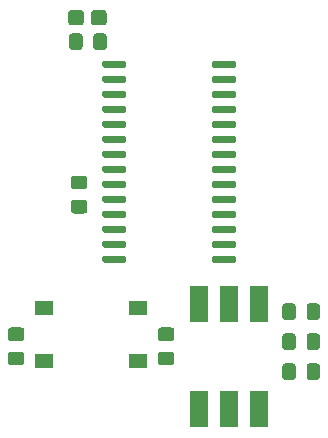
<source format=gbr>
%TF.GenerationSoftware,KiCad,Pcbnew,(5.1.6)-1*%
%TF.CreationDate,2021-04-07T17:56:13+02:00*%
%TF.ProjectId,port_expander,706f7274-5f65-4787-9061-6e6465722e6b,rev?*%
%TF.SameCoordinates,Original*%
%TF.FileFunction,Paste,Top*%
%TF.FilePolarity,Positive*%
%FSLAX46Y46*%
G04 Gerber Fmt 4.6, Leading zero omitted, Abs format (unit mm)*
G04 Created by KiCad (PCBNEW (5.1.6)-1) date 2021-04-07 17:56:13*
%MOMM*%
%LPD*%
G01*
G04 APERTURE LIST*
%ADD10R,1.550000X1.300000*%
%ADD11R,1.600000X3.100000*%
G04 APERTURE END LIST*
%TO.C,C1*%
G36*
G01*
X119830001Y-65835000D02*
X118929999Y-65835000D01*
G75*
G02*
X118680000Y-65585001I0J249999D01*
G01*
X118680000Y-64934999D01*
G75*
G02*
X118929999Y-64685000I249999J0D01*
G01*
X119830001Y-64685000D01*
G75*
G02*
X120080000Y-64934999I0J-249999D01*
G01*
X120080000Y-65585001D01*
G75*
G02*
X119830001Y-65835000I-249999J0D01*
G01*
G37*
G36*
G01*
X119830001Y-67885000D02*
X118929999Y-67885000D01*
G75*
G02*
X118680000Y-67635001I0J249999D01*
G01*
X118680000Y-66984999D01*
G75*
G02*
X118929999Y-66735000I249999J0D01*
G01*
X119830001Y-66735000D01*
G75*
G02*
X120080000Y-66984999I0J-249999D01*
G01*
X120080000Y-67635001D01*
G75*
G02*
X119830001Y-67885000I-249999J0D01*
G01*
G37*
%TD*%
%TO.C,C2*%
G36*
G01*
X114496001Y-80730000D02*
X113595999Y-80730000D01*
G75*
G02*
X113346000Y-80480001I0J249999D01*
G01*
X113346000Y-79829999D01*
G75*
G02*
X113595999Y-79580000I249999J0D01*
G01*
X114496001Y-79580000D01*
G75*
G02*
X114746000Y-79829999I0J-249999D01*
G01*
X114746000Y-80480001D01*
G75*
G02*
X114496001Y-80730000I-249999J0D01*
G01*
G37*
G36*
G01*
X114496001Y-78680000D02*
X113595999Y-78680000D01*
G75*
G02*
X113346000Y-78430001I0J249999D01*
G01*
X113346000Y-77779999D01*
G75*
G02*
X113595999Y-77530000I249999J0D01*
G01*
X114496001Y-77530000D01*
G75*
G02*
X114746000Y-77779999I0J-249999D01*
G01*
X114746000Y-78430001D01*
G75*
G02*
X114496001Y-78680000I-249999J0D01*
G01*
G37*
%TD*%
%TO.C,D1*%
G36*
G01*
X121713500Y-50908000D02*
X121713500Y-51708000D01*
G75*
G02*
X121463500Y-51958000I-250000J0D01*
G01*
X120638500Y-51958000D01*
G75*
G02*
X120388500Y-51708000I0J250000D01*
G01*
X120388500Y-50908000D01*
G75*
G02*
X120638500Y-50658000I250000J0D01*
G01*
X121463500Y-50658000D01*
G75*
G02*
X121713500Y-50908000I0J-250000D01*
G01*
G37*
G36*
G01*
X119788500Y-50908000D02*
X119788500Y-51708000D01*
G75*
G02*
X119538500Y-51958000I-250000J0D01*
G01*
X118713500Y-51958000D01*
G75*
G02*
X118463500Y-51708000I0J250000D01*
G01*
X118463500Y-50908000D01*
G75*
G02*
X118713500Y-50658000I250000J0D01*
G01*
X119538500Y-50658000D01*
G75*
G02*
X119788500Y-50908000I0J-250000D01*
G01*
G37*
%TD*%
%TO.C,R1*%
G36*
G01*
X121733000Y-52889999D02*
X121733000Y-53790001D01*
G75*
G02*
X121483001Y-54040000I-249999J0D01*
G01*
X120832999Y-54040000D01*
G75*
G02*
X120583000Y-53790001I0J249999D01*
G01*
X120583000Y-52889999D01*
G75*
G02*
X120832999Y-52640000I249999J0D01*
G01*
X121483001Y-52640000D01*
G75*
G02*
X121733000Y-52889999I0J-249999D01*
G01*
G37*
G36*
G01*
X119683000Y-52889999D02*
X119683000Y-53790001D01*
G75*
G02*
X119433001Y-54040000I-249999J0D01*
G01*
X118782999Y-54040000D01*
G75*
G02*
X118533000Y-53790001I0J249999D01*
G01*
X118533000Y-52889999D01*
G75*
G02*
X118782999Y-52640000I249999J0D01*
G01*
X119433001Y-52640000D01*
G75*
G02*
X119683000Y-52889999I0J-249999D01*
G01*
G37*
%TD*%
%TO.C,R2*%
G36*
G01*
X136585000Y-76650001D02*
X136585000Y-75749999D01*
G75*
G02*
X136834999Y-75500000I249999J0D01*
G01*
X137485001Y-75500000D01*
G75*
G02*
X137735000Y-75749999I0J-249999D01*
G01*
X137735000Y-76650001D01*
G75*
G02*
X137485001Y-76900000I-249999J0D01*
G01*
X136834999Y-76900000D01*
G75*
G02*
X136585000Y-76650001I0J249999D01*
G01*
G37*
G36*
G01*
X138635000Y-76650001D02*
X138635000Y-75749999D01*
G75*
G02*
X138884999Y-75500000I249999J0D01*
G01*
X139535001Y-75500000D01*
G75*
G02*
X139785000Y-75749999I0J-249999D01*
G01*
X139785000Y-76650001D01*
G75*
G02*
X139535001Y-76900000I-249999J0D01*
G01*
X138884999Y-76900000D01*
G75*
G02*
X138635000Y-76650001I0J249999D01*
G01*
G37*
%TD*%
%TO.C,R3*%
G36*
G01*
X138635000Y-79190001D02*
X138635000Y-78289999D01*
G75*
G02*
X138884999Y-78040000I249999J0D01*
G01*
X139535001Y-78040000D01*
G75*
G02*
X139785000Y-78289999I0J-249999D01*
G01*
X139785000Y-79190001D01*
G75*
G02*
X139535001Y-79440000I-249999J0D01*
G01*
X138884999Y-79440000D01*
G75*
G02*
X138635000Y-79190001I0J249999D01*
G01*
G37*
G36*
G01*
X136585000Y-79190001D02*
X136585000Y-78289999D01*
G75*
G02*
X136834999Y-78040000I249999J0D01*
G01*
X137485001Y-78040000D01*
G75*
G02*
X137735000Y-78289999I0J-249999D01*
G01*
X137735000Y-79190001D01*
G75*
G02*
X137485001Y-79440000I-249999J0D01*
G01*
X136834999Y-79440000D01*
G75*
G02*
X136585000Y-79190001I0J249999D01*
G01*
G37*
%TD*%
%TO.C,R4*%
G36*
G01*
X126295999Y-79580000D02*
X127196001Y-79580000D01*
G75*
G02*
X127446000Y-79829999I0J-249999D01*
G01*
X127446000Y-80480001D01*
G75*
G02*
X127196001Y-80730000I-249999J0D01*
G01*
X126295999Y-80730000D01*
G75*
G02*
X126046000Y-80480001I0J249999D01*
G01*
X126046000Y-79829999D01*
G75*
G02*
X126295999Y-79580000I249999J0D01*
G01*
G37*
G36*
G01*
X126295999Y-77530000D02*
X127196001Y-77530000D01*
G75*
G02*
X127446000Y-77779999I0J-249999D01*
G01*
X127446000Y-78430001D01*
G75*
G02*
X127196001Y-78680000I-249999J0D01*
G01*
X126295999Y-78680000D01*
G75*
G02*
X126046000Y-78430001I0J249999D01*
G01*
X126046000Y-77779999D01*
G75*
G02*
X126295999Y-77530000I249999J0D01*
G01*
G37*
%TD*%
%TO.C,R5*%
G36*
G01*
X136585000Y-81730001D02*
X136585000Y-80829999D01*
G75*
G02*
X136834999Y-80580000I249999J0D01*
G01*
X137485001Y-80580000D01*
G75*
G02*
X137735000Y-80829999I0J-249999D01*
G01*
X137735000Y-81730001D01*
G75*
G02*
X137485001Y-81980000I-249999J0D01*
G01*
X136834999Y-81980000D01*
G75*
G02*
X136585000Y-81730001I0J249999D01*
G01*
G37*
G36*
G01*
X138635000Y-81730001D02*
X138635000Y-80829999D01*
G75*
G02*
X138884999Y-80580000I249999J0D01*
G01*
X139535001Y-80580000D01*
G75*
G02*
X139785000Y-80829999I0J-249999D01*
G01*
X139785000Y-81730001D01*
G75*
G02*
X139535001Y-81980000I-249999J0D01*
G01*
X138884999Y-81980000D01*
G75*
G02*
X138635000Y-81730001I0J249999D01*
G01*
G37*
%TD*%
D10*
%TO.C,RST*%
X124371000Y-75855000D03*
X124371000Y-80355000D03*
X116421000Y-80355000D03*
X116421000Y-75855000D03*
%TD*%
D11*
%TO.C,SW2*%
X134620000Y-75565000D03*
X129540000Y-84455000D03*
X132080000Y-75565000D03*
X132080000Y-84455000D03*
X129540000Y-75565000D03*
X134620000Y-84455000D03*
%TD*%
%TO.C,U1*%
G36*
G01*
X121325000Y-55395000D02*
X121325000Y-55095000D01*
G75*
G02*
X121475000Y-54945000I150000J0D01*
G01*
X123225000Y-54945000D01*
G75*
G02*
X123375000Y-55095000I0J-150000D01*
G01*
X123375000Y-55395000D01*
G75*
G02*
X123225000Y-55545000I-150000J0D01*
G01*
X121475000Y-55545000D01*
G75*
G02*
X121325000Y-55395000I0J150000D01*
G01*
G37*
G36*
G01*
X121325000Y-56665000D02*
X121325000Y-56365000D01*
G75*
G02*
X121475000Y-56215000I150000J0D01*
G01*
X123225000Y-56215000D01*
G75*
G02*
X123375000Y-56365000I0J-150000D01*
G01*
X123375000Y-56665000D01*
G75*
G02*
X123225000Y-56815000I-150000J0D01*
G01*
X121475000Y-56815000D01*
G75*
G02*
X121325000Y-56665000I0J150000D01*
G01*
G37*
G36*
G01*
X121325000Y-57935000D02*
X121325000Y-57635000D01*
G75*
G02*
X121475000Y-57485000I150000J0D01*
G01*
X123225000Y-57485000D01*
G75*
G02*
X123375000Y-57635000I0J-150000D01*
G01*
X123375000Y-57935000D01*
G75*
G02*
X123225000Y-58085000I-150000J0D01*
G01*
X121475000Y-58085000D01*
G75*
G02*
X121325000Y-57935000I0J150000D01*
G01*
G37*
G36*
G01*
X121325000Y-59205000D02*
X121325000Y-58905000D01*
G75*
G02*
X121475000Y-58755000I150000J0D01*
G01*
X123225000Y-58755000D01*
G75*
G02*
X123375000Y-58905000I0J-150000D01*
G01*
X123375000Y-59205000D01*
G75*
G02*
X123225000Y-59355000I-150000J0D01*
G01*
X121475000Y-59355000D01*
G75*
G02*
X121325000Y-59205000I0J150000D01*
G01*
G37*
G36*
G01*
X121325000Y-60475000D02*
X121325000Y-60175000D01*
G75*
G02*
X121475000Y-60025000I150000J0D01*
G01*
X123225000Y-60025000D01*
G75*
G02*
X123375000Y-60175000I0J-150000D01*
G01*
X123375000Y-60475000D01*
G75*
G02*
X123225000Y-60625000I-150000J0D01*
G01*
X121475000Y-60625000D01*
G75*
G02*
X121325000Y-60475000I0J150000D01*
G01*
G37*
G36*
G01*
X121325000Y-61745000D02*
X121325000Y-61445000D01*
G75*
G02*
X121475000Y-61295000I150000J0D01*
G01*
X123225000Y-61295000D01*
G75*
G02*
X123375000Y-61445000I0J-150000D01*
G01*
X123375000Y-61745000D01*
G75*
G02*
X123225000Y-61895000I-150000J0D01*
G01*
X121475000Y-61895000D01*
G75*
G02*
X121325000Y-61745000I0J150000D01*
G01*
G37*
G36*
G01*
X121325000Y-63015000D02*
X121325000Y-62715000D01*
G75*
G02*
X121475000Y-62565000I150000J0D01*
G01*
X123225000Y-62565000D01*
G75*
G02*
X123375000Y-62715000I0J-150000D01*
G01*
X123375000Y-63015000D01*
G75*
G02*
X123225000Y-63165000I-150000J0D01*
G01*
X121475000Y-63165000D01*
G75*
G02*
X121325000Y-63015000I0J150000D01*
G01*
G37*
G36*
G01*
X121325000Y-64285000D02*
X121325000Y-63985000D01*
G75*
G02*
X121475000Y-63835000I150000J0D01*
G01*
X123225000Y-63835000D01*
G75*
G02*
X123375000Y-63985000I0J-150000D01*
G01*
X123375000Y-64285000D01*
G75*
G02*
X123225000Y-64435000I-150000J0D01*
G01*
X121475000Y-64435000D01*
G75*
G02*
X121325000Y-64285000I0J150000D01*
G01*
G37*
G36*
G01*
X121325000Y-65555000D02*
X121325000Y-65255000D01*
G75*
G02*
X121475000Y-65105000I150000J0D01*
G01*
X123225000Y-65105000D01*
G75*
G02*
X123375000Y-65255000I0J-150000D01*
G01*
X123375000Y-65555000D01*
G75*
G02*
X123225000Y-65705000I-150000J0D01*
G01*
X121475000Y-65705000D01*
G75*
G02*
X121325000Y-65555000I0J150000D01*
G01*
G37*
G36*
G01*
X121325000Y-66825000D02*
X121325000Y-66525000D01*
G75*
G02*
X121475000Y-66375000I150000J0D01*
G01*
X123225000Y-66375000D01*
G75*
G02*
X123375000Y-66525000I0J-150000D01*
G01*
X123375000Y-66825000D01*
G75*
G02*
X123225000Y-66975000I-150000J0D01*
G01*
X121475000Y-66975000D01*
G75*
G02*
X121325000Y-66825000I0J150000D01*
G01*
G37*
G36*
G01*
X121325000Y-68095000D02*
X121325000Y-67795000D01*
G75*
G02*
X121475000Y-67645000I150000J0D01*
G01*
X123225000Y-67645000D01*
G75*
G02*
X123375000Y-67795000I0J-150000D01*
G01*
X123375000Y-68095000D01*
G75*
G02*
X123225000Y-68245000I-150000J0D01*
G01*
X121475000Y-68245000D01*
G75*
G02*
X121325000Y-68095000I0J150000D01*
G01*
G37*
G36*
G01*
X121325000Y-69365000D02*
X121325000Y-69065000D01*
G75*
G02*
X121475000Y-68915000I150000J0D01*
G01*
X123225000Y-68915000D01*
G75*
G02*
X123375000Y-69065000I0J-150000D01*
G01*
X123375000Y-69365000D01*
G75*
G02*
X123225000Y-69515000I-150000J0D01*
G01*
X121475000Y-69515000D01*
G75*
G02*
X121325000Y-69365000I0J150000D01*
G01*
G37*
G36*
G01*
X121325000Y-70635000D02*
X121325000Y-70335000D01*
G75*
G02*
X121475000Y-70185000I150000J0D01*
G01*
X123225000Y-70185000D01*
G75*
G02*
X123375000Y-70335000I0J-150000D01*
G01*
X123375000Y-70635000D01*
G75*
G02*
X123225000Y-70785000I-150000J0D01*
G01*
X121475000Y-70785000D01*
G75*
G02*
X121325000Y-70635000I0J150000D01*
G01*
G37*
G36*
G01*
X121325000Y-71905000D02*
X121325000Y-71605000D01*
G75*
G02*
X121475000Y-71455000I150000J0D01*
G01*
X123225000Y-71455000D01*
G75*
G02*
X123375000Y-71605000I0J-150000D01*
G01*
X123375000Y-71905000D01*
G75*
G02*
X123225000Y-72055000I-150000J0D01*
G01*
X121475000Y-72055000D01*
G75*
G02*
X121325000Y-71905000I0J150000D01*
G01*
G37*
G36*
G01*
X130625000Y-71905000D02*
X130625000Y-71605000D01*
G75*
G02*
X130775000Y-71455000I150000J0D01*
G01*
X132525000Y-71455000D01*
G75*
G02*
X132675000Y-71605000I0J-150000D01*
G01*
X132675000Y-71905000D01*
G75*
G02*
X132525000Y-72055000I-150000J0D01*
G01*
X130775000Y-72055000D01*
G75*
G02*
X130625000Y-71905000I0J150000D01*
G01*
G37*
G36*
G01*
X130625000Y-70635000D02*
X130625000Y-70335000D01*
G75*
G02*
X130775000Y-70185000I150000J0D01*
G01*
X132525000Y-70185000D01*
G75*
G02*
X132675000Y-70335000I0J-150000D01*
G01*
X132675000Y-70635000D01*
G75*
G02*
X132525000Y-70785000I-150000J0D01*
G01*
X130775000Y-70785000D01*
G75*
G02*
X130625000Y-70635000I0J150000D01*
G01*
G37*
G36*
G01*
X130625000Y-69365000D02*
X130625000Y-69065000D01*
G75*
G02*
X130775000Y-68915000I150000J0D01*
G01*
X132525000Y-68915000D01*
G75*
G02*
X132675000Y-69065000I0J-150000D01*
G01*
X132675000Y-69365000D01*
G75*
G02*
X132525000Y-69515000I-150000J0D01*
G01*
X130775000Y-69515000D01*
G75*
G02*
X130625000Y-69365000I0J150000D01*
G01*
G37*
G36*
G01*
X130625000Y-68095000D02*
X130625000Y-67795000D01*
G75*
G02*
X130775000Y-67645000I150000J0D01*
G01*
X132525000Y-67645000D01*
G75*
G02*
X132675000Y-67795000I0J-150000D01*
G01*
X132675000Y-68095000D01*
G75*
G02*
X132525000Y-68245000I-150000J0D01*
G01*
X130775000Y-68245000D01*
G75*
G02*
X130625000Y-68095000I0J150000D01*
G01*
G37*
G36*
G01*
X130625000Y-66825000D02*
X130625000Y-66525000D01*
G75*
G02*
X130775000Y-66375000I150000J0D01*
G01*
X132525000Y-66375000D01*
G75*
G02*
X132675000Y-66525000I0J-150000D01*
G01*
X132675000Y-66825000D01*
G75*
G02*
X132525000Y-66975000I-150000J0D01*
G01*
X130775000Y-66975000D01*
G75*
G02*
X130625000Y-66825000I0J150000D01*
G01*
G37*
G36*
G01*
X130625000Y-65555000D02*
X130625000Y-65255000D01*
G75*
G02*
X130775000Y-65105000I150000J0D01*
G01*
X132525000Y-65105000D01*
G75*
G02*
X132675000Y-65255000I0J-150000D01*
G01*
X132675000Y-65555000D01*
G75*
G02*
X132525000Y-65705000I-150000J0D01*
G01*
X130775000Y-65705000D01*
G75*
G02*
X130625000Y-65555000I0J150000D01*
G01*
G37*
G36*
G01*
X130625000Y-64285000D02*
X130625000Y-63985000D01*
G75*
G02*
X130775000Y-63835000I150000J0D01*
G01*
X132525000Y-63835000D01*
G75*
G02*
X132675000Y-63985000I0J-150000D01*
G01*
X132675000Y-64285000D01*
G75*
G02*
X132525000Y-64435000I-150000J0D01*
G01*
X130775000Y-64435000D01*
G75*
G02*
X130625000Y-64285000I0J150000D01*
G01*
G37*
G36*
G01*
X130625000Y-63015000D02*
X130625000Y-62715000D01*
G75*
G02*
X130775000Y-62565000I150000J0D01*
G01*
X132525000Y-62565000D01*
G75*
G02*
X132675000Y-62715000I0J-150000D01*
G01*
X132675000Y-63015000D01*
G75*
G02*
X132525000Y-63165000I-150000J0D01*
G01*
X130775000Y-63165000D01*
G75*
G02*
X130625000Y-63015000I0J150000D01*
G01*
G37*
G36*
G01*
X130625000Y-61745000D02*
X130625000Y-61445000D01*
G75*
G02*
X130775000Y-61295000I150000J0D01*
G01*
X132525000Y-61295000D01*
G75*
G02*
X132675000Y-61445000I0J-150000D01*
G01*
X132675000Y-61745000D01*
G75*
G02*
X132525000Y-61895000I-150000J0D01*
G01*
X130775000Y-61895000D01*
G75*
G02*
X130625000Y-61745000I0J150000D01*
G01*
G37*
G36*
G01*
X130625000Y-60475000D02*
X130625000Y-60175000D01*
G75*
G02*
X130775000Y-60025000I150000J0D01*
G01*
X132525000Y-60025000D01*
G75*
G02*
X132675000Y-60175000I0J-150000D01*
G01*
X132675000Y-60475000D01*
G75*
G02*
X132525000Y-60625000I-150000J0D01*
G01*
X130775000Y-60625000D01*
G75*
G02*
X130625000Y-60475000I0J150000D01*
G01*
G37*
G36*
G01*
X130625000Y-59205000D02*
X130625000Y-58905000D01*
G75*
G02*
X130775000Y-58755000I150000J0D01*
G01*
X132525000Y-58755000D01*
G75*
G02*
X132675000Y-58905000I0J-150000D01*
G01*
X132675000Y-59205000D01*
G75*
G02*
X132525000Y-59355000I-150000J0D01*
G01*
X130775000Y-59355000D01*
G75*
G02*
X130625000Y-59205000I0J150000D01*
G01*
G37*
G36*
G01*
X130625000Y-57935000D02*
X130625000Y-57635000D01*
G75*
G02*
X130775000Y-57485000I150000J0D01*
G01*
X132525000Y-57485000D01*
G75*
G02*
X132675000Y-57635000I0J-150000D01*
G01*
X132675000Y-57935000D01*
G75*
G02*
X132525000Y-58085000I-150000J0D01*
G01*
X130775000Y-58085000D01*
G75*
G02*
X130625000Y-57935000I0J150000D01*
G01*
G37*
G36*
G01*
X130625000Y-56665000D02*
X130625000Y-56365000D01*
G75*
G02*
X130775000Y-56215000I150000J0D01*
G01*
X132525000Y-56215000D01*
G75*
G02*
X132675000Y-56365000I0J-150000D01*
G01*
X132675000Y-56665000D01*
G75*
G02*
X132525000Y-56815000I-150000J0D01*
G01*
X130775000Y-56815000D01*
G75*
G02*
X130625000Y-56665000I0J150000D01*
G01*
G37*
G36*
G01*
X130625000Y-55395000D02*
X130625000Y-55095000D01*
G75*
G02*
X130775000Y-54945000I150000J0D01*
G01*
X132525000Y-54945000D01*
G75*
G02*
X132675000Y-55095000I0J-150000D01*
G01*
X132675000Y-55395000D01*
G75*
G02*
X132525000Y-55545000I-150000J0D01*
G01*
X130775000Y-55545000D01*
G75*
G02*
X130625000Y-55395000I0J150000D01*
G01*
G37*
%TD*%
M02*

</source>
